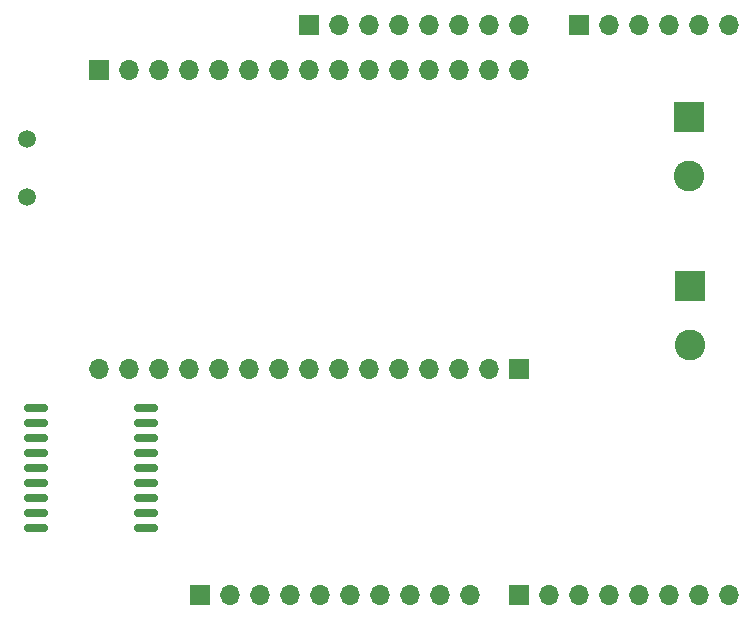
<source format=gbr>
%TF.GenerationSoftware,KiCad,Pcbnew,8.0.2*%
%TF.CreationDate,2024-05-23T15:50:06-04:00*%
%TF.ProjectId,ORA_Arduino_ESP_CAN_Shield_Rev_1.1,4f52415f-4172-4647-9569-6e6f5f455350,rev?*%
%TF.SameCoordinates,Original*%
%TF.FileFunction,Soldermask,Bot*%
%TF.FilePolarity,Negative*%
%FSLAX46Y46*%
G04 Gerber Fmt 4.6, Leading zero omitted, Abs format (unit mm)*
G04 Created by KiCad (PCBNEW 8.0.2) date 2024-05-23 15:50:06*
%MOMM*%
%LPD*%
G01*
G04 APERTURE LIST*
G04 Aperture macros list*
%AMRoundRect*
0 Rectangle with rounded corners*
0 $1 Rounding radius*
0 $2 $3 $4 $5 $6 $7 $8 $9 X,Y pos of 4 corners*
0 Add a 4 corners polygon primitive as box body*
4,1,4,$2,$3,$4,$5,$6,$7,$8,$9,$2,$3,0*
0 Add four circle primitives for the rounded corners*
1,1,$1+$1,$2,$3*
1,1,$1+$1,$4,$5*
1,1,$1+$1,$6,$7*
1,1,$1+$1,$8,$9*
0 Add four rect primitives between the rounded corners*
20,1,$1+$1,$2,$3,$4,$5,0*
20,1,$1+$1,$4,$5,$6,$7,0*
20,1,$1+$1,$6,$7,$8,$9,0*
20,1,$1+$1,$8,$9,$2,$3,0*%
G04 Aperture macros list end*
%ADD10R,1.700000X1.700000*%
%ADD11O,1.700000X1.700000*%
%ADD12RoundRect,0.150000X0.875000X0.150000X-0.875000X0.150000X-0.875000X-0.150000X0.875000X-0.150000X0*%
%ADD13R,2.600000X2.600000*%
%ADD14C,2.600000*%
%ADD15C,1.500000*%
G04 APERTURE END LIST*
D10*
%TO.C,Digital_1*%
X42560000Y-73580000D03*
D11*
X45100000Y-73580000D03*
X47640000Y-73580000D03*
X50180000Y-73580000D03*
X52720000Y-73580000D03*
X55260000Y-73580000D03*
X57800000Y-73580000D03*
X60340000Y-73580000D03*
X62880000Y-73580000D03*
X65420000Y-73580000D03*
%TD*%
D10*
%TO.C,Power_1*%
X51715000Y-25320000D03*
D11*
X54255000Y-25320000D03*
X56795000Y-25320000D03*
X59335000Y-25320000D03*
X61875000Y-25320000D03*
X64415000Y-25320000D03*
X66955000Y-25320000D03*
X69495000Y-25320000D03*
%TD*%
D10*
%TO.C,Analog_1*%
X74570000Y-25310000D03*
D11*
X77110000Y-25310000D03*
X79650000Y-25310000D03*
X82190000Y-25310000D03*
X84730000Y-25310000D03*
X87270000Y-25310000D03*
%TD*%
D10*
%TO.C,Digital_2*%
X69490000Y-73580000D03*
D11*
X72030000Y-73580000D03*
X74570000Y-73580000D03*
X77110000Y-73580000D03*
X79650000Y-73580000D03*
X82190000Y-73580000D03*
X84730000Y-73580000D03*
X87270000Y-73580000D03*
%TD*%
D12*
%TO.C,U2*%
X37975000Y-57730000D03*
X37975000Y-59000000D03*
X37975000Y-60270000D03*
X37975000Y-61540000D03*
X37975000Y-62810000D03*
X37975000Y-64080000D03*
X37975000Y-65350000D03*
X37975000Y-66620000D03*
X37975000Y-67890000D03*
X28675000Y-67890000D03*
X28675000Y-66620000D03*
X28675000Y-65350000D03*
X28675000Y-64080000D03*
X28675000Y-62810000D03*
X28675000Y-61540000D03*
X28675000Y-60270000D03*
X28675000Y-59000000D03*
X28675000Y-57730000D03*
%TD*%
D10*
%TO.C,EN_1*%
X69530000Y-54460000D03*
D11*
X66990000Y-54460000D03*
X64450000Y-54460000D03*
X61910000Y-54460000D03*
X59370000Y-54460000D03*
X56830000Y-54460000D03*
X54290000Y-54460000D03*
X51750000Y-54460000D03*
X49210000Y-54460000D03*
X46670000Y-54460000D03*
X44130000Y-54460000D03*
X41590000Y-54460000D03*
X39050000Y-54460000D03*
X36510000Y-54460000D03*
X33970000Y-54460000D03*
%TD*%
D13*
%TO.C,J1*%
X83990000Y-47420000D03*
D14*
X83990000Y-52420000D03*
%TD*%
D13*
%TO.C,J2*%
X83940000Y-33110000D03*
D14*
X83940000Y-38110000D03*
%TD*%
D10*
%TO.C,BOOT_1*%
X33970000Y-29110000D03*
D11*
X36510000Y-29110000D03*
X39050000Y-29110000D03*
X41590000Y-29110000D03*
X44130000Y-29110000D03*
X46670000Y-29110000D03*
X49210000Y-29110000D03*
X51750000Y-29110000D03*
X54290000Y-29110000D03*
X56830000Y-29110000D03*
X59370000Y-29110000D03*
X61910000Y-29110000D03*
X64450000Y-29110000D03*
X66990000Y-29110000D03*
X69530000Y-29110000D03*
%TD*%
D15*
%TO.C,Y1*%
X27865000Y-39870000D03*
X27865000Y-34990000D03*
%TD*%
M02*

</source>
